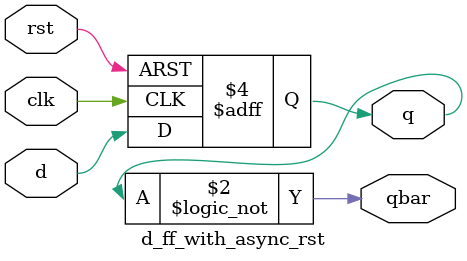
<source format=sv>
`timescale 1ns/1ps

module d_ff_with_async_rst(
    input d,
    input clk,
    input rst,
    output logic q,
    output logic qbar
  );
  
  always @(posedge clk or posedge rst) begin
    if(rst) q <= 0;
    else q <= d;
  end
  
  initial begin
    q <= 0;
  end
  
  assign qbar = !q;

endmodule

</source>
